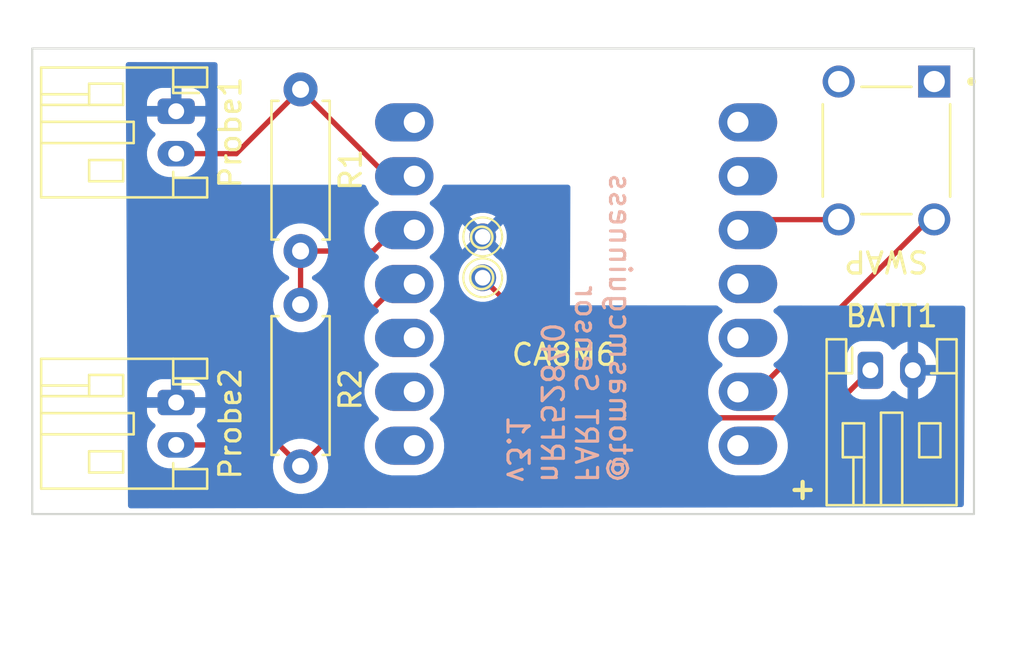
<source format=kicad_pcb>
(kicad_pcb (version 20241229) (generator "pcbnew") (generator_version "9.0")
  (title_block (title "XIAO nRF52840 FART Sensor") (rev "3.1") (company "Cold Bear Ltd"))
  (layers (0 "F.Cu" signal) (2 "B.Cu" signal) (13 "F.Paste" user) (15 "B.Paste" user) (5 "F.SilkS" user "F.Silkscreen") (7 "B.SilkS" user "B.Silkscreen") (1 "F.Mask" user) (3 "B.Mask" user) (25 "Edge.Cuts" user))
  (net 0 "")
  (net 6 "+BATT")
  (net 8 "/reset")
  (net 10 "GND")
  (net 11 "+3.3V")
  (net 12 "/p1reading")
  (net 13 "/p2reading")
  (net 15 "/dividerPower")
  (net 18 "unconnected-(U1-GND-Pad13)")
  (footprint "Samac:0914315207714110" (layer "F.Cu") (at 75.1 59.78)
    (property "Reference" "J2" (hide yes))
    (property "Value" "0914-3-15-20-77-14-11-0" (hide yes))
    (fp_line (start -0.914 0) (end -0.914 0) (stroke (width 0.1)) (layer "F.SilkS"))
    (fp_line (start 0.914 0) (end 0.914 0) (stroke (width 0.1)) (layer "F.SilkS"))
    (fp_arc (start -0.914 0) (mid 0 -0.914) (end 0.914 0) (stroke (width 0.1)) (layer "F.SilkS"))
    (fp_arc (start 0.914 0) (mid 0 0.914) (end -0.914 0) (stroke (width 0.1)) (layer "F.SilkS"))
    (pad "1" thru_hole circle (at 0 0) (size 1.263 1.263) (drill 0.7366) (layers "*.Cu" "*.Mask") (net 6 "+BATT"))
  )
  (footprint "Connector_JST:JST_PH_S2B-PH-K_1x02_P2.00mm_Horizontal" (layer "F.Cu") (at 60.66 65.66 -90)
    (property "Reference" "Probe2" (at 1 -2.55 90) (layer "F.SilkS"))
    (property "Value" "Conn_01x02_Pin")
    (fp_line (start -2.06 6.36) (end 4.06 6.36) (stroke (width 0.12)) (layer "F.SilkS"))
    (fp_line (start 0.5 6.36) (end 0.5 2) (stroke (width 0.12)) (layer "F.SilkS"))
    (fp_line (start 4.06 6.36) (end 4.06 -1.46) (stroke (width 0.12)) (layer "F.SilkS"))
    (fp_line (start -1.3 4.1) (end -0.3 4.1) (stroke (width 0.12)) (layer "F.SilkS"))
    (fp_line (start -0.8 4.1) (end -0.8 6.36) (stroke (width 0.12)) (layer "F.SilkS"))
    (fp_line (start -0.3 4.1) (end -0.3 6.36) (stroke (width 0.12)) (layer "F.SilkS"))
    (fp_line (start -0.3 4.1) (end -0.3 2.5) (stroke (width 0.12)) (layer "F.SilkS"))
    (fp_line (start 2.3 4.1) (end 2.3 2.5) (stroke (width 0.12)) (layer "F.SilkS"))
    (fp_line (start 3.3 4.1) (end 2.3 4.1) (stroke (width 0.12)) (layer "F.SilkS"))
    (fp_line (start -1.3 2.5) (end -1.3 4.1) (stroke (width 0.12)) (layer "F.SilkS"))
    (fp_line (start -0.3 2.5) (end -1.3 2.5) (stroke (width 0.12)) (layer "F.SilkS"))
    (fp_line (start 2.3 2.5) (end 3.3 2.5) (stroke (width 0.12)) (layer "F.SilkS"))
    (fp_line (start 3.3 2.5) (end 3.3 4.1) (stroke (width 0.12)) (layer "F.SilkS"))
    (fp_line (start 0.5 2) (end 1.5 2) (stroke (width 0.12)) (layer "F.SilkS"))
    (fp_line (start 1.5 2) (end 1.5 6.36) (stroke (width 0.12)) (layer "F.SilkS"))
    (fp_line (start -2.06 0.14) (end -1.14 0.14) (stroke (width 0.12)) (layer "F.SilkS"))
    (fp_line (start -1.14 0.14) (end -1.14 -1.46) (stroke (width 0.12)) (layer "F.SilkS"))
    (fp_line (start -0.86 0.14) (end -1.14 0.14) (stroke (width 0.12)) (layer "F.SilkS"))
    (fp_line (start -0.86 0.14) (end -0.86 -1.075) (stroke (width 0.12)) (layer "F.SilkS"))
    (fp_line (start 3.14 0.14) (end 2.86 0.14) (stroke (width 0.12)) (layer "F.SilkS"))
    (fp_line (start 4.06 0.14) (end 3.14 0.14) (stroke (width 0.12)) (layer "F.SilkS"))
    (fp_line (start -2.06 -1.46) (end -2.06 6.36) (stroke (width 0.12)) (layer "F.SilkS"))
    (fp_line (start -1.14 -1.46) (end -2.06 -1.46) (stroke (width 0.12)) (layer "F.SilkS"))
    (fp_line (start 3.14 -1.46) (end 3.14 0.14) (stroke (width 0.12)) (layer "F.SilkS"))
    (fp_line (start 4.06 -1.46) (end 3.14 -1.46) (stroke (width 0.12)) (layer "F.SilkS"))
    (pad "1" thru_hole roundrect (at 0 0 270) (size 1.2 1.75) (drill 0.75) (layers "*.Cu" "*.Mask") (roundrect_rratio 0.208333) (net 10 "GND"))
    (pad "2" thru_hole oval (at 2 0 270) (size 1.2 1.75) (drill 0.75) (layers "*.Cu" "*.Mask") (net 13 "/p2reading"))
  )
  (footprint "Resistor_THT:R_Axial_DIN0207_L6.3mm_D2.5mm_P7.62mm_Horizontal" (layer "F.Cu") (at 66.52 50.9 -90)
    (property "Reference" "R1" (at 3.79 -2.36 90) (layer "F.SilkS"))
    (property "Value" "10K" (hide yes))
    (fp_line (start 0.54 1.37) (end 7.08 1.37) (stroke (width 0.12)) (layer "F.SilkS"))
    (fp_line (start 7.08 1.37) (end 7.08 1.04) (stroke (width 0.12)) (layer "F.SilkS"))
    (fp_line (start 0.54 1.04) (end 0.54 1.37) (stroke (width 0.12)) (layer "F.SilkS"))
    (fp_line (start 0.54 -1.04) (end 0.54 -1.37) (stroke (width 0.12)) (layer "F.SilkS"))
    (fp_line (start 0.54 -1.37) (end 7.08 -1.37) (stroke (width 0.12)) (layer "F.SilkS"))
    (fp_line (start 7.08 -1.37) (end 7.08 -1.04) (stroke (width 0.12)) (layer "F.SilkS"))
    (pad "1" thru_hole circle (at 0 0 270) (size 1.6 1.6) (drill 0.8) (layers "*.Cu" "*.Mask") (net 12 "/p1reading"))
    (pad "2" thru_hole oval (at 7.62 0 270) (size 1.6 1.6) (drill 0.8) (layers "*.Cu" "*.Mask") (net 15 "/dividerPower"))
  )
  (footprint "Samac:0914315207714110" (layer "F.Cu") (at 75.1 57.85)
    (property "Reference" "J1" (hide yes))
    (property "Value" "0914-3-15-20-77-14-11-0" (hide yes))
    (fp_line (start -0.914 0) (end -0.914 0) (stroke (width 0.1)) (layer "F.SilkS"))
    (fp_line (start 0.914 0) (end 0.914 0) (stroke (width 0.1)) (layer "F.SilkS"))
    (fp_arc (start -0.914 0) (mid 0 -0.914) (end 0.914 0) (stroke (width 0.1)) (layer "F.SilkS"))
    (fp_arc (start 0.914 0) (mid 0 0.914) (end -0.914 0) (stroke (width 0.1)) (layer "F.SilkS"))
    (pad "1" thru_hole circle (at 0 0) (size 1.263 1.263) (drill 0.7366) (layers "*.Cu" "*.Mask") (net 10 "GND"))
  )
  (footprint "Resistor_THT:R_Axial_DIN0207_L6.3mm_D2.5mm_P7.62mm_Horizontal" (layer "F.Cu") (at 66.52 68.67 90)
    (property "Reference" "R2" (at 3.62 2.35 270) (layer "F.SilkS"))
    (property "Value" "10K" (hide yes))
    (fp_line (start 7.08 -1.37) (end 7.08 -1.04) (stroke (width 0.12)) (layer "F.SilkS"))
    (fp_line (start 0.54 -1.37) (end 7.08 -1.37) (stroke (width 0.12)) (layer "F.SilkS"))
    (fp_line (start 0.54 -1.04) (end 0.54 -1.37) (stroke (width 0.12)) (layer "F.SilkS"))
    (fp_line (start 0.54 1.04) (end 0.54 1.37) (stroke (width 0.12)) (layer "F.SilkS"))
    (fp_line (start 7.08 1.37) (end 7.08 1.04) (stroke (width 0.12)) (layer "F.SilkS"))
    (fp_line (start 0.54 1.37) (end 7.08 1.37) (stroke (width 0.12)) (layer "F.SilkS"))
    (pad "1" thru_hole circle (at 0 0 90) (size 1.6 1.6) (drill 0.8) (layers "*.Cu" "*.Mask") (net 13 "/p2reading"))
    (pad "2" thru_hole oval (at 7.62 0 90) (size 1.6 1.6) (drill 0.8) (layers "*.Cu" "*.Mask") (net 15 "/dividerPower"))
  )
  (footprint "Connector_JST:JST_PH_S2B-PH-K_1x02_P2.00mm_Horizontal" (layer "F.Cu") (at 60.66 51.93 -90)
    (property "Reference" "Probe1" (at 1 -2.55 90) (layer "F.SilkS"))
    (property "Value" "Conn_01x02_Pin")
    (fp_line (start -2.06 6.36) (end 4.06 6.36) (stroke (width 0.12)) (layer "F.SilkS"))
    (fp_line (start 0.5 6.36) (end 0.5 2) (stroke (width 0.12)) (layer "F.SilkS"))
    (fp_line (start 4.06 6.36) (end 4.06 -1.46) (stroke (width 0.12)) (layer "F.SilkS"))
    (fp_line (start -1.3 4.1) (end -0.3 4.1) (stroke (width 0.12)) (layer "F.SilkS"))
    (fp_line (start -0.8 4.1) (end -0.8 6.36) (stroke (width 0.12)) (layer "F.SilkS"))
    (fp_line (start -0.3 4.1) (end -0.3 6.36) (stroke (width 0.12)) (layer "F.SilkS"))
    (fp_line (start -0.3 4.1) (end -0.3 2.5) (stroke (width 0.12)) (layer "F.SilkS"))
    (fp_line (start 2.3 4.1) (end 2.3 2.5) (stroke (width 0.12)) (layer "F.SilkS"))
    (fp_line (start 3.3 4.1) (end 2.3 4.1) (stroke (width 0.12)) (layer "F.SilkS"))
    (fp_line (start -1.3 2.5) (end -1.3 4.1) (stroke (width 0.12)) (layer "F.SilkS"))
    (fp_line (start -0.3 2.5) (end -1.3 2.5) (stroke (width 0.12)) (layer "F.SilkS"))
    (fp_line (start 2.3 2.5) (end 3.3 2.5) (stroke (width 0.12)) (layer "F.SilkS"))
    (fp_line (start 3.3 2.5) (end 3.3 4.1) (stroke (width 0.12)) (layer "F.SilkS"))
    (fp_line (start 0.5 2) (end 1.5 2) (stroke (width 0.12)) (layer "F.SilkS"))
    (fp_line (start 1.5 2) (end 1.5 6.36) (stroke (width 0.12)) (layer "F.SilkS"))
    (fp_line (start -2.06 0.14) (end -1.14 0.14) (stroke (width 0.12)) (layer "F.SilkS"))
    (fp_line (start -1.14 0.14) (end -1.14 -1.46) (stroke (width 0.12)) (layer "F.SilkS"))
    (fp_line (start -0.86 0.14) (end -1.14 0.14) (stroke (width 0.12)) (layer "F.SilkS"))
    (fp_line (start -0.86 0.14) (end -0.86 -1.075) (stroke (width 0.12)) (layer "F.SilkS"))
    (fp_line (start 3.14 0.14) (end 2.86 0.14) (stroke (width 0.12)) (layer "F.SilkS"))
    (fp_line (start 4.06 0.14) (end 3.14 0.14) (stroke (width 0.12)) (layer "F.SilkS"))
    (fp_line (start -2.06 -1.46) (end -2.06 6.36) (stroke (width 0.12)) (layer "F.SilkS"))
    (fp_line (start -1.14 -1.46) (end -2.06 -1.46) (stroke (width 0.12)) (layer "F.SilkS"))
    (fp_line (start 3.14 -1.46) (end 3.14 0.14) (stroke (width 0.12)) (layer "F.SilkS"))
    (fp_line (start 4.06 -1.46) (end 3.14 -1.46) (stroke (width 0.12)) (layer "F.SilkS"))
    (pad "1" thru_hole roundrect (at 0 0 270) (size 1.2 1.75) (drill 0.75) (layers "*.Cu" "*.Mask") (roundrect_rratio 0.208333) (net 10 "GND"))
    (pad "2" thru_hole oval (at 2 0 270) (size 1.2 1.75) (drill 0.75) (layers "*.Cu" "*.Mask") (net 12 "/p1reading"))
  )
  (footprint "Connector_JST:JST_PH_S2B-PH-K_1x02_P2.00mm_Horizontal" (layer "F.Cu") (at 93.36 64.14)
    (property "Reference" "BATT1" (at 1 -2.55 0) (layer "F.SilkS"))
    (property "Value" "Conn_01x02_Pin")
    (fp_line (start -2.06 -1.46) (end -2.06 6.36) (stroke (width 0.12)) (layer "F.SilkS"))
    (fp_line (start -2.06 0.14) (end -1.14 0.14) (stroke (width 0.12)) (layer "F.SilkS"))
    (fp_line (start -2.06 6.36) (end 4.06 6.36) (stroke (width 0.12)) (layer "F.SilkS"))
    (fp_line (start -1.3 2.5) (end -1.3 4.1) (stroke (width 0.12)) (layer "F.SilkS"))
    (fp_line (start -1.3 4.1) (end -0.3 4.1) (stroke (width 0.12)) (layer "F.SilkS"))
    (fp_line (start -1.14 -1.46) (end -2.06 -1.46) (stroke (width 0.12)) (layer "F.SilkS"))
    (fp_line (start -1.14 0.14) (end -1.14 -1.46) (stroke (width 0.12)) (layer "F.SilkS"))
    (fp_line (start -0.86 0.14) (end -1.14 0.14) (stroke (width 0.12)) (layer "F.SilkS"))
    (fp_line (start -0.86 0.14) (end -0.86 -1.075) (stroke (width 0.12)) (layer "F.SilkS"))
    (fp_line (start -0.8 4.1) (end -0.8 6.36) (stroke (width 0.12)) (layer "F.SilkS"))
    (fp_line (start -0.3 2.5) (end -1.3 2.5) (stroke (width 0.12)) (layer "F.SilkS"))
    (fp_line (start -0.3 4.1) (end -0.3 2.5) (stroke (width 0.12)) (layer "F.SilkS"))
    (fp_line (start -0.3 4.1) (end -0.3 6.36) (stroke (width 0.12)) (layer "F.SilkS"))
    (fp_line (start 0.5 2) (end 1.5 2) (stroke (width 0.12)) (layer "F.SilkS"))
    (fp_line (start 0.5 6.36) (end 0.5 2) (stroke (width 0.12)) (layer "F.SilkS"))
    (fp_line (start 1.5 2) (end 1.5 6.36) (stroke (width 0.12)) (layer "F.SilkS"))
    (fp_line (start 2.3 2.5) (end 3.3 2.5) (stroke (width 0.12)) (layer "F.SilkS"))
    (fp_line (start 2.3 4.1) (end 2.3 2.5) (stroke (width 0.12)) (layer "F.SilkS"))
    (fp_line (start 3.14 -1.46) (end 3.14 0.14) (stroke (width 0.12)) (layer "F.SilkS"))
    (fp_line (start 3.14 0.14) (end 2.86 0.14) (stroke (width 0.12)) (layer "F.SilkS"))
    (fp_line (start 3.3 2.5) (end 3.3 4.1) (stroke (width 0.12)) (layer "F.SilkS"))
    (fp_line (start 3.3 4.1) (end 2.3 4.1) (stroke (width 0.12)) (layer "F.SilkS"))
    (fp_line (start 4.06 -1.46) (end 3.14 -1.46) (stroke (width 0.12)) (layer "F.SilkS"))
    (fp_line (start 4.06 0.14) (end 3.14 0.14) (stroke (width 0.12)) (layer "F.SilkS"))
    (fp_line (start 4.06 6.36) (end 4.06 -1.46) (stroke (width 0.12)) (layer "F.SilkS"))
    (pad "1" thru_hole roundrect (at 0 0) (size 1.2 1.75) (drill 0.75) (layers "*.Cu" "*.Mask") (roundrect_rratio 0.208333) (net 6 "+BATT"))
    (pad "2" thru_hole oval (at 2 0) (size 1.2 1.75) (drill 0.75) (layers "*.Cu" "*.Mask") (net 10 "GND"))
  )
  (footprint "Kleeb:xiao-ble-tht" (layer "F.Cu") (at 79.5 60.074907)
    (property "Reference" "U1" (hide yes))
    (property "Value" "xiao-ble" (hide yes))
    (fp_circle (center -4.45 -0.3) (end -4.9 -0.6) (stroke (width 0.12)) (fill no) (layer "F.SilkS"))
    (fp_circle (center -4.447506 -2.2) (end -4.947506 -2.25) (stroke (width 0.12)) (fill no) (layer "F.SilkS"))
    (pad "1" thru_hole oval (at -7.62 -7.62) (size 2.75 1.8) (drill 1 (offset -0.475 0)) (layers "*.Cu" "*.Mask"))
    (pad "2" thru_hole oval (at -7.62 -5.08) (size 2.75 1.8) (drill 1 (offset -0.475 0)) (layers "*.Cu" "*.Mask") (net 12 "/p1reading"))
    (pad "3" thru_hole oval (at -7.62 -2.54) (size 2.75 1.8) (drill 1 (offset -0.475 0)) (layers "*.Cu" "*.Mask") (net 15 "/dividerPower"))
    (pad "4" thru_hole oval (at -7.62 0) (size 2.75 1.8) (drill 1 (offset -0.475 0)) (layers "*.Cu" "*.Mask") (net 13 "/p2reading"))
    (pad "5" thru_hole oval (at -7.62 2.54) (size 2.75 1.8) (drill 1 (offset -0.475 0)) (layers "*.Cu" "*.Mask"))
    (pad "6" thru_hole oval (at -7.62 5.08) (size 2.75 1.8) (drill 1 (offset -0.475 0)) (layers "*.Cu" "*.Mask"))
    (pad "7" thru_hole oval (at -7.62 7.62) (size 2.75 1.8) (drill 1 (offset -0.475 0)) (layers "*.Cu" "*.Mask"))
    (pad "8" thru_hole oval (at 7.62 7.62 180) (size 2.75 1.8) (drill 1 (offset -0.475 0)) (layers "*.Cu" "*.Mask"))
    (pad "9" thru_hole oval (at 7.62 5.08 180) (size 2.75 1.8) (drill 1 (offset -0.475 0)) (layers "*.Cu" "*.Mask") (net 8 "/reset"))
    (pad "10" thru_hole oval (at 7.62 2.54 180) (size 2.75 1.8) (drill 1 (offset -0.475 0)) (layers "*.Cu" "*.Mask"))
    (pad "11" thru_hole oval (at 7.62 0 180) (size 2.75 1.8) (drill 1 (offset -0.475 0)) (layers "*.Cu" "*.Mask"))
    (pad "12" thru_hole oval (at 7.62 -2.54 180) (size 2.75 1.8) (drill 1 (offset -0.475 0)) (layers "*.Cu" "*.Mask") (net 11 "+3.3V"))
    (pad "13" thru_hole oval (at 7.62 -5.08 180) (size 2.75 1.8) (drill 1 (offset -0.475 0)) (layers "*.Cu" "*.Mask") (net 18 "unconnected-(U1-GND-Pad13)"))
    (pad "14" thru_hole oval (at 7.62 -7.62 180) (size 2.75 1.8) (drill 1 (offset -0.475 0)) (layers "*.Cu" "*.Mask"))
  )
  (footprint "TS02-66-55-BK-100-LCR-D:SW_TS02-66-55-BK-100-LCR-D" (layer "F.Cu") (at 94.1175 53.78 -90)
    (property "Reference" "S1" (hide yes))
    (property "Value" "TS02-66-55-BK-100-LCR-D")
    (fp_line (start -2.176 3) (end 2.176 3) (stroke (width 0.127)) (layer "F.SilkS"))
    (fp_line (start -3 -1.176) (end -3 1.176) (stroke (width 0.127)) (layer "F.SilkS"))
    (fp_line (start 3 -1.176) (end 3 1.176) (stroke (width 0.127)) (layer "F.SilkS"))
    (fp_line (start -2.176 -3) (end 2.176 -3) (stroke (width 0.127)) (layer "F.SilkS"))
    (fp_circle (center -3.25 -4.004) (end -3.15 -4.004) (stroke (width 0.2)) (fill no) (layer "F.SilkS"))
    (pad "1" thru_hole rect (at -3.25 -2.25 270) (size 1.508 1.508) (drill 1) (layers "*.Cu" "*.Mask"))
    (pad "2" thru_hole circle (at 3.25 -2.25 270) (size 1.508 1.508) (drill 1) (layers "*.Cu" "*.Mask") (net 8 "/reset"))
    (pad "3" thru_hole circle (at -3.25 2.25 270) (size 1.508 1.508) (drill 1) (layers "*.Cu" "*.Mask"))
    (pad "4" thru_hole circle (at 3.25 2.25 270) (size 1.508 1.508) (drill 1) (layers "*.Cu" "*.Mask") (net 11 "+3.3V"))
  )
  (gr_rect (start 53.88 48.97) (end 98.24 70.92) (stroke (width 0.1)) (fill no) (layer "Edge.Cuts"))
  (gr_text "CA8M6" (at 81.48 63.99 0) (layer "F.SilkS") (effects (font (size 1 1)) (justify right bottom)))
  (gr_text "+" (at 90.92 69.27 180) (layer "F.SilkS") (effects (font (size 1 1) (thickness 0.2) (bold yes)) (justify left bottom)))
  (gr_text "SWAP" (at 94.11 59.01 180) (layer "F.SilkS") (effects (font (size 1 1))))
  (gr_text "@tomasmcguinness\nFART Sensor \nnRF52840\nv${REVISION}" (at 76.16 69.53 -90) (layer "B.SilkS") (effects (font (size 1 1)) (justify left bottom mirror)))
  (segment (start 91.120093 66.379907) (end 81.677 66.379907) (width 0.25) (layer "F.Cu") (net 6))
  (segment (start 81.677 66.379907) (end 75.055 59.757907) (width 0.25) (layer "F.Cu") (net 6))
  (segment (start 75.055 59.757907) (end 75.06 59.762907) (width 0.5) (layer "F.Cu") (net 6))
  (segment (start 93.36 64.14) (end 91.120093 66.379907) (width 0.25) (layer "F.Cu") (net 6))
  (segment (start 88.06996 65.08004) (end 88.06996 65.154907) (width 0.25) (layer "F.Cu") (net 8))
  (segment (start 96.15 57) (end 88.06996 65.08004) (width 0.25) (layer "F.Cu") (net 8))
  (segment (start 88.06996 57.534907) (end 88.564867 57.04) (width 0.25) (layer "F.Cu") (net 11))
  (segment (start 88.564867 57.04) (end 91.6475 57.04) (width 0.25) (layer "F.Cu") (net 11))
  (segment (start 88.06996 57.534907) (end 88.144907 57.534907) (width 0.25) (layer "F.Cu") (net 11))
  (segment (start 88.06996 57.534907) (end 88.505053 57.97) (width 0.25) (layer "F.Cu") (net 11))
  (segment (start 70.505093 54.994907) (end 70.93004 54.994907) (width 0.25) (layer "F.Cu") (net 12))
  (segment (start 70.614907 54.994907) (end 66.52 50.9) (width 0.25) (layer "F.Cu") (net 12))
  (segment (start 63.49 53.93) (end 66.52 50.9) (width 0.25) (layer "F.Cu") (net 12))
  (segment (start 60.66 53.93) (end 63.49 53.93) (width 0.25) (layer "F.Cu") (net 12))
  (segment (start 70.93004 54.994907) (end 70.614907 54.994907) (width 0.25) (layer "F.Cu") (net 12))
  (segment (start 60.66 67.66) (end 65.51 67.66) (width 0.25) (layer "F.Cu") (net 13))
  (segment (start 69.2 65.99) (end 69.2 61.97) (width 0.25) (layer "F.Cu") (net 13))
  (segment (start 65.51 67.66) (end 66.52 68.67) (width 0.25) (layer "F.Cu") (net 13))
  (segment (start 70.93004 60.23996) (end 70.93004 60.074907) (width 0.25) (layer "F.Cu") (net 13))
  (segment (start 66.52 68.67) (end 69.2 65.99) (width 0.25) (layer "F.Cu") (net 13))
  (segment (start 69.2 61.97) (end 70.93004 60.23996) (width 0.25) (layer "F.Cu") (net 13))
  (segment (start 70.93004 57.534907) (end 69.944947 58.52) (width 0.25) (layer "F.Cu") (net 15))
  (segment (start 69.944947 58.52) (end 66.52 58.52) (width 0.25) (layer "F.Cu") (net 15))
  (segment (start 66.5 58.5) (end 67 58.5) (width 0.25) (layer "F.Cu") (net 15))
  (segment (start 66.5 58.5) (end 66.5 58.37) (width 0.25) (layer "F.Cu") (net 15))
  (segment (start 66.52 58.52) (end 66.52 61.05) (width 0.25) (layer "F.Cu") (net 15))
  (segment (start 88.025053 54.95) (end 88.06996 54.994907) (width 0.25) (layer "F.Cu") (net 18))
  (zone (net 10) (net_name "GND") (layer "B.Cu") (connect_pads (clearance 0.5)) (min_thickness 0.25) (fill yes (thermal_gap 0.5) (thermal_bridge_width 0.5))
    (polygon (pts (xy 58.282552 49.611324) (xy 58.39 70.65) (xy 97.763566 70.59) (xy 97.831503 61.094621) (xy 79.21 61.078623) (xy 79.23 55.39) (xy 62.61 55.392703) (xy 62.61 49.616075)))
  )
)
</source>
